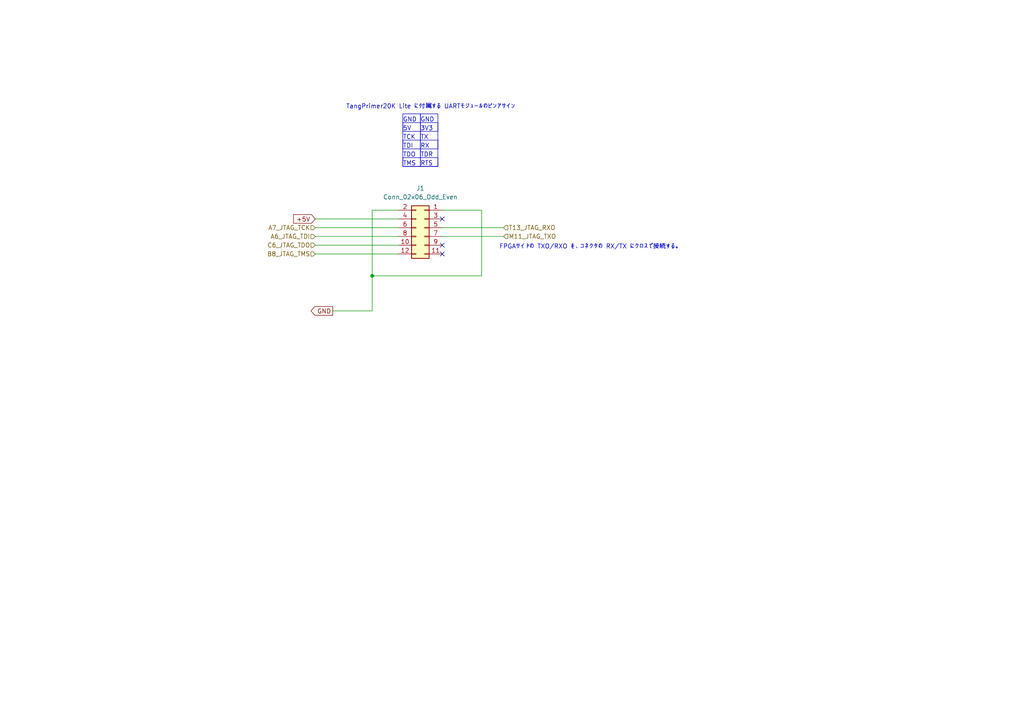
<source format=kicad_sch>
(kicad_sch (version 20250114) (generator "eeschema") (generator_version "9.0")
  (paper "A4")
  (lib_symbols
    (symbol "Connector_Generic:Conn_02x06_Odd_Even" (pin_names (offset 1.016) (hide yes))
      (property "Reference" "J" (at 1.27 7.62 0))
      (property "Value" "Conn_02x06_Odd_Even" (at 1.27 -10.16 0))
      (symbol "Conn_02x06_Odd_Even_1_1"
        (rectangle (start -1.27 6.35) (end 3.81 -8.89) (stroke (width 0.254)) (fill (type background)))
        (rectangle (start -1.27 5.207) (end 0 4.953) (stroke (width 0.1524)))
        (rectangle (start -1.27 2.667) (end 0 2.413) (stroke (width 0.1524)))
        (rectangle (start -1.27 0.127) (end 0 -0.127) (stroke (width 0.1524)))
        (rectangle (start -1.27 -2.413) (end 0 -2.667) (stroke (width 0.1524)))
        (rectangle (start -1.27 -4.953) (end 0 -5.207) (stroke (width 0.1524)))
        (rectangle (start -1.27 -7.493) (end 0 -7.747) (stroke (width 0.1524)))
        (rectangle (start 3.81 5.207) (end 2.54 4.953) (stroke (width 0.1524)))
        (rectangle (start 3.81 2.667) (end 2.54 2.413) (stroke (width 0.1524)))
        (rectangle (start 3.81 0.127) (end 2.54 -0.127) (stroke (width 0.1524)))
        (rectangle (start 3.81 -2.413) (end 2.54 -2.667) (stroke (width 0.1524)))
        (rectangle (start 3.81 -4.953) (end 2.54 -5.207) (stroke (width 0.1524)))
        (rectangle (start 3.81 -7.493) (end 2.54 -7.747) (stroke (width 0.1524)))
        (pin passive line (at -5.08 5.08 0) (length 3.81) (name "Pin_1") (number "1"))
        (pin passive line (at -5.08 2.54 0) (length 3.81) (name "Pin_3") (number "3"))
        (pin passive line (at -5.08 0 0) (length 3.81) (name "Pin_5") (number "5"))
        (pin passive line (at -5.08 -2.54 0) (length 3.81) (name "Pin_7") (number "7"))
        (pin passive line (at -5.08 -5.08 0) (length 3.81) (name "Pin_9") (number "9"))
        (pin passive line (at -5.08 -7.62 0) (length 3.81) (name "Pin_11") (number "11"))
        (pin passive line (at 7.62 5.08 180) (length 3.81) (name "Pin_2") (number "2"))
        (pin passive line (at 7.62 2.54 180) (length 3.81) (name "Pin_4") (number "4"))
        (pin passive line (at 7.62 0 180) (length 3.81) (name "Pin_6") (number "6"))
        (pin passive line (at 7.62 -2.54 180) (length 3.81) (name "Pin_8") (number "8"))
        (pin passive line (at 7.62 -5.08 180) (length 3.81) (name "Pin_10") (number "10"))
        (pin passive line (at 7.62 -7.62 180) (length 3.81) (name "Pin_12") (number "12"))
      )
    )
  )
  (rectangle (start 116.84 45.72) (end 127 48.26))
  (rectangle (start 121.92 33.02) (end 127 48.26))
  (rectangle (start 116.84 33.02) (end 121.92 48.26))
  (rectangle (start 116.84 35.56) (end 127 38.1))
  (rectangle (start 116.84 40.64) (end 127 43.18))
  (text "TDO" (at 116.84 45.72 0) (effects (font (size 1.27 1.27)) (justify left bottom)))
  (text "GND" (at 116.84 35.56 0) (effects (font (size 1.27 1.27)) (justify left bottom)))
  (text "GND" (at 121.92 35.56 0) (effects (font (size 1.27 1.27)) (justify left bottom)))
  (text "TDR" (at 121.92 45.72 0) (effects (font (size 1.27 1.27)) (justify left bottom)))
  (text "FPGAサイドの TXO/RXO を、コネクタの RX/TX にクロスで接続する。" (at 144.78 72.39 0) (effects (font (size 1.27 1.27)) (justify left bottom)))
  (text "TCK" (at 116.84 40.64 0) (effects (font (size 1.27 1.27)) (justify left bottom)))
  (text "3V3" (at 121.92 38.1 0) (effects (font (size 1.27 1.27)) (justify left bottom)))
  (text "TMS" (at 116.84 48.26 0) (effects (font (size 1.27 1.27)) (justify left bottom)))
  (text "RX" (at 121.92 43.18 0) (effects (font (size 1.27 1.27)) (justify left bottom)))
  (text "RTS" (at 121.92 48.26 0) (effects (font (size 1.27 1.27)) (justify left bottom)))
  (text "5V" (at 116.84 38.1 0) (effects (font (size 1.27 1.27)) (justify left bottom)))
  (text "TX" (at 121.92 40.64 0) (effects (font (size 1.27 1.27)) (justify left bottom)))
  (text "TangPrimer20K Lite に付属する UARTモジュールのピンアサイン" (at 100.33 31.75 0) (effects (font (size 1.27 1.27)) (justify left bottom)))
  (text "TDI" (at 116.84 43.18 0) (effects (font (size 1.27 1.27)) (justify left bottom)))
  (junction (at 107.95 80.01))
  (no_connect (at 128.27 71.12))
  (no_connect (at 128.27 63.5))
  (no_connect (at 128.27 73.66))
  (wire (pts (xy 115.57 63.5) (xy 91.44 63.5)))
  (wire (pts (xy 91.44 68.58) (xy 115.57 68.58)))
  (wire (pts (xy 91.44 71.12) (xy 115.57 71.12)))
  (wire (pts (xy 96.52 90.17) (xy 107.95 90.17)))
  (wire (pts (xy 91.44 73.66) (xy 115.57 73.66)))
  (wire (pts (xy 139.7 60.96) (xy 139.7 80.01)))
  (wire (pts (xy 128.27 60.96) (xy 139.7 60.96)))
  (wire (pts (xy 115.57 60.96) (xy 107.95 60.96)))
  (wire (pts (xy 146.05 68.58) (xy 128.27 68.58)))
  (wire (pts (xy 139.7 80.01) (xy 107.95 80.01)))
  (wire (pts (xy 146.05 66.04) (xy 128.27 66.04)))
  (wire (pts (xy 107.95 60.96) (xy 107.95 80.01)))
  (wire (pts (xy 91.44 66.04) (xy 115.57 66.04)))
  (wire (pts (xy 107.95 90.17) (xy 107.95 80.01)))
  (global_label "+5V" (shape input) (at 91.44 63.5 180) (property "Intersheetrefs" "${INTERSHEET_REFS}" (effects (hide yes))))
  (global_label "GND" (shape output) (at 96.52 90.17 180) (property "Intersheetrefs" "${INTERSHEET_REFS}" (effects (hide yes))))
  (hierarchical_label "A6_JTAG_TDI" (shape input) (at 91.44 68.58 180))
  (hierarchical_label "B8_JTAG_TMS" (shape input) (at 91.44 73.66 180))
  (hierarchical_label "A7_JTAG_TCK" (shape input) (at 91.44 66.04 180))
  (hierarchical_label "C6_JTAG_TDO" (shape input) (at 91.44 71.12 180))
  (hierarchical_label "M11_JTAG_TXO" (shape input) (at 146.05 68.58 0))
  (hierarchical_label "T13_JTAG_RXO" (shape input) (at 146.05 66.04 0))
  (symbol (lib_id "Connector_Generic:Conn_02x06_Odd_Even") (at 123.19 66.04 0) (mirror y) (unit 1)
    (property "Reference" "J1" (at 121.92 54.61 0))
    (property "Value" "Conn_02x06_Odd_Even" (at 121.92 57.15 0))
    (property "Footprint" "Connector_PinSocket_2.54mm:PinSocket_2x06_P2.54mm_Vertical" (effects (hide yes)))
  )
)
</source>
